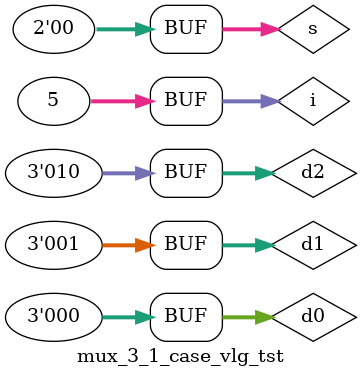
<source format=v>
`timescale 1 ps/1 ps

module mux_3_1_case_vlg_tst();

reg [1:0] s;
reg [2:0] d0; 
reg [2:0] d1;
reg [2:0] d2;

wire [2:0] y;

integer i;

mux_3_1_case dut (
	.s  (s),
	.d0 (d0),
	.d1 (d1),
	.d2 (d2),
	.y  (y)
);

initial begin 
	$monitor("s = %b d0 = %b d1 = %b d2 = %b y = %b", s, d0, d1, d2, y);
	d0 = 2'b000; d1 = 2'b001; d2 = 2'b010;
	
	for (i = 0; i <= 4; i = i + 1) begin
		#10 s = i;
	end
end

endmodule

</source>
